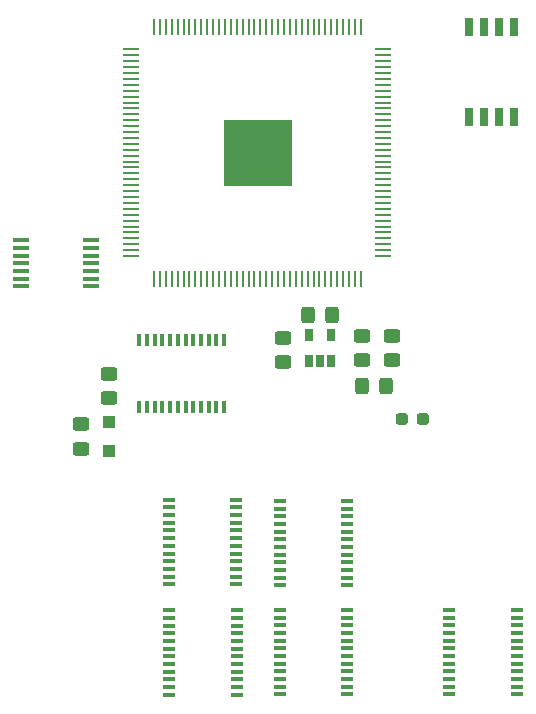
<source format=gtp>
G04 #@! TF.GenerationSoftware,KiCad,Pcbnew,(6.0.0)*
G04 #@! TF.CreationDate,2022-01-09T18:19:29+00:00*
G04 #@! TF.ProjectId,ElectronULA,456c6563-7472-46f6-9e55-4c412e6b6963,rev?*
G04 #@! TF.SameCoordinates,Original*
G04 #@! TF.FileFunction,Paste,Top*
G04 #@! TF.FilePolarity,Positive*
%FSLAX46Y46*%
G04 Gerber Fmt 4.6, Leading zero omitted, Abs format (unit mm)*
G04 Created by KiCad (PCBNEW (6.0.0)) date 2022-01-09 18:19:29*
%MOMM*%
%LPD*%
G01*
G04 APERTURE LIST*
G04 Aperture macros list*
%AMRoundRect*
0 Rectangle with rounded corners*
0 $1 Rounding radius*
0 $2 $3 $4 $5 $6 $7 $8 $9 X,Y pos of 4 corners*
0 Add a 4 corners polygon primitive as box body*
4,1,4,$2,$3,$4,$5,$6,$7,$8,$9,$2,$3,0*
0 Add four circle primitives for the rounded corners*
1,1,$1+$1,$2,$3*
1,1,$1+$1,$4,$5*
1,1,$1+$1,$6,$7*
1,1,$1+$1,$8,$9*
0 Add four rect primitives between the rounded corners*
20,1,$1+$1,$2,$3,$4,$5,0*
20,1,$1+$1,$4,$5,$6,$7,0*
20,1,$1+$1,$6,$7,$8,$9,0*
20,1,$1+$1,$8,$9,$2,$3,0*%
G04 Aperture macros list end*
%ADD10C,0.010000*%
%ADD11R,1.100000X0.400000*%
%ADD12R,0.400000X1.100000*%
%ADD13R,0.650000X1.060000*%
%ADD14RoundRect,0.249999X0.325001X0.450001X-0.325001X0.450001X-0.325001X-0.450001X0.325001X-0.450001X0*%
%ADD15RoundRect,0.249999X0.450001X-0.325001X0.450001X0.325001X-0.450001X0.325001X-0.450001X-0.325001X0*%
%ADD16RoundRect,0.249999X-0.450001X0.325001X-0.450001X-0.325001X0.450001X-0.325001X0.450001X0.325001X0*%
%ADD17R,1.000000X1.000000*%
%ADD18R,1.470000X0.280000*%
%ADD19R,0.280000X1.470000*%
%ADD20RoundRect,0.249999X-0.325001X-0.450001X0.325001X-0.450001X0.325001X0.450001X-0.325001X0.450001X0*%
%ADD21RoundRect,0.237500X0.287500X0.237500X-0.287500X0.237500X-0.287500X-0.237500X0.287500X-0.237500X0*%
%ADD22R,0.760000X1.600000*%
%ADD23R,1.450000X0.450000*%
G04 APERTURE END LIST*
D10*
X151314470Y-67871000D02*
X156957200Y-67871000D01*
X156957200Y-67871000D02*
X156957200Y-73373670D01*
X156957200Y-73373670D02*
X151314470Y-73373670D01*
X151314470Y-73373670D02*
X151314470Y-67871000D01*
G36*
X156957200Y-73373670D02*
G01*
X151314470Y-73373670D01*
X151314470Y-67871000D01*
X156957200Y-67871000D01*
X156957200Y-73373670D01*
G37*
X156957200Y-73373670D02*
X151314470Y-73373670D01*
X151314470Y-67871000D01*
X156957200Y-67871000D01*
X156957200Y-73373670D01*
D11*
X152367100Y-116503400D03*
X152367100Y-115853400D03*
X152367100Y-115203400D03*
X152367100Y-114553400D03*
X152367100Y-113903400D03*
X152367100Y-113253400D03*
X152367100Y-112603400D03*
X152367100Y-111953400D03*
X152367100Y-111303400D03*
X152367100Y-110653400D03*
X152367100Y-110003400D03*
X152367100Y-109353400D03*
X146667100Y-109353400D03*
X146667100Y-110003400D03*
X146667100Y-110653400D03*
X146667100Y-111303400D03*
X146667100Y-111953400D03*
X146667100Y-112603400D03*
X146667100Y-113253400D03*
X146667100Y-113903400D03*
X146667100Y-114553400D03*
X146667100Y-115203400D03*
X146667100Y-115853400D03*
X146667100Y-116503400D03*
X156027000Y-109328000D03*
X156027000Y-109978000D03*
X156027000Y-110628000D03*
X156027000Y-111278000D03*
X156027000Y-111928000D03*
X156027000Y-112578000D03*
X156027000Y-113228000D03*
X156027000Y-113878000D03*
X156027000Y-114528000D03*
X156027000Y-115178000D03*
X156027000Y-115828000D03*
X156027000Y-116478000D03*
X161727000Y-116478000D03*
X161727000Y-115828000D03*
X161727000Y-115178000D03*
X161727000Y-114528000D03*
X161727000Y-113878000D03*
X161727000Y-113228000D03*
X161727000Y-112578000D03*
X161727000Y-111928000D03*
X161727000Y-111278000D03*
X161727000Y-110628000D03*
X161727000Y-109978000D03*
X161727000Y-109328000D03*
X152341700Y-107156200D03*
X152341700Y-106506200D03*
X152341700Y-105856200D03*
X152341700Y-105206200D03*
X152341700Y-104556200D03*
X152341700Y-103906200D03*
X152341700Y-103256200D03*
X152341700Y-102606200D03*
X152341700Y-101956200D03*
X152341700Y-101306200D03*
X152341700Y-100656200D03*
X152341700Y-100006200D03*
X146641700Y-100006200D03*
X146641700Y-100656200D03*
X146641700Y-101306200D03*
X146641700Y-101956200D03*
X146641700Y-102606200D03*
X146641700Y-103256200D03*
X146641700Y-103906200D03*
X146641700Y-104556200D03*
X146641700Y-105206200D03*
X146641700Y-105856200D03*
X146641700Y-106506200D03*
X146641700Y-107156200D03*
X156027000Y-100107800D03*
X156027000Y-100757800D03*
X156027000Y-101407800D03*
X156027000Y-102057800D03*
X156027000Y-102707800D03*
X156027000Y-103357800D03*
X156027000Y-104007800D03*
X156027000Y-104657800D03*
X156027000Y-105307800D03*
X156027000Y-105957800D03*
X156027000Y-106607800D03*
X156027000Y-107257800D03*
X161727000Y-107257800D03*
X161727000Y-106607800D03*
X161727000Y-105957800D03*
X161727000Y-105307800D03*
X161727000Y-104657800D03*
X161727000Y-104007800D03*
X161727000Y-103357800D03*
X161727000Y-102707800D03*
X161727000Y-102057800D03*
X161727000Y-101407800D03*
X161727000Y-100757800D03*
X161727000Y-100107800D03*
D12*
X144148860Y-92141160D03*
X144798860Y-92141160D03*
X145448860Y-92141160D03*
X146098860Y-92141160D03*
X146748860Y-92141160D03*
X147398860Y-92141160D03*
X148048860Y-92141160D03*
X148698860Y-92141160D03*
X149348860Y-92141160D03*
X149998860Y-92141160D03*
X150648860Y-92141160D03*
X151298860Y-92141160D03*
X151298860Y-86441160D03*
X150648860Y-86441160D03*
X149998860Y-86441160D03*
X149348860Y-86441160D03*
X148698860Y-86441160D03*
X148048860Y-86441160D03*
X147398860Y-86441160D03*
X146748860Y-86441160D03*
X146098860Y-86441160D03*
X145448860Y-86441160D03*
X144798860Y-86441160D03*
X144148860Y-86441160D03*
D13*
X158477200Y-88291000D03*
X159427200Y-88291000D03*
X160377200Y-88291000D03*
X160377200Y-86091000D03*
X158477200Y-86091000D03*
D14*
X165007200Y-90401000D03*
X162957200Y-90401000D03*
D15*
X165557200Y-88176000D03*
X165557200Y-86126000D03*
D16*
X141576920Y-89351720D03*
X141576920Y-91401720D03*
D15*
X156297200Y-88321000D03*
X156297200Y-86271000D03*
D17*
X141576920Y-95891720D03*
X141576920Y-93391720D03*
D16*
X139232640Y-93620480D03*
X139232640Y-95670480D03*
X162957200Y-86131000D03*
X162957200Y-88181000D03*
D18*
X143467200Y-61871000D03*
X143467200Y-62371000D03*
X143467200Y-62871000D03*
X143467200Y-63371000D03*
X143467200Y-63871000D03*
X143467200Y-64371000D03*
X143467200Y-64871000D03*
X143467200Y-65371000D03*
X143467200Y-65871000D03*
X143467200Y-66371000D03*
X143467200Y-66871000D03*
X143467200Y-67371000D03*
X143467200Y-67871000D03*
X143467200Y-68371000D03*
X143467200Y-68871000D03*
X143467200Y-69371000D03*
X143467200Y-69871000D03*
X143467200Y-70371000D03*
X143467200Y-70871000D03*
X143467200Y-71371000D03*
X143467200Y-71871000D03*
X143467200Y-72371000D03*
X143467200Y-72871000D03*
X143467200Y-73371000D03*
X143467200Y-73871000D03*
X143467200Y-74371000D03*
X143467200Y-74871000D03*
X143467200Y-75371000D03*
X143467200Y-75871000D03*
X143467200Y-76371000D03*
X143467200Y-76871000D03*
X143467200Y-77371000D03*
X143467200Y-77871000D03*
X143467200Y-78371000D03*
X143467200Y-78871000D03*
X143467200Y-79371000D03*
D19*
X145387200Y-81291000D03*
X145887200Y-81291000D03*
X146387200Y-81291000D03*
X146887200Y-81291000D03*
X147387200Y-81291000D03*
X147887200Y-81291000D03*
X148387200Y-81291000D03*
X148887200Y-81291000D03*
X149387200Y-81291000D03*
X149887200Y-81291000D03*
X150387200Y-81291000D03*
X150887200Y-81291000D03*
X151387200Y-81291000D03*
X151887200Y-81291000D03*
X152387200Y-81291000D03*
X152887200Y-81291000D03*
X153387200Y-81291000D03*
X153887200Y-81291000D03*
X154387200Y-81291000D03*
X154887200Y-81291000D03*
X155387200Y-81291000D03*
X155887200Y-81291000D03*
X156387200Y-81291000D03*
X156887200Y-81291000D03*
X157387200Y-81291000D03*
X157887200Y-81291000D03*
X158387200Y-81291000D03*
X158887200Y-81291000D03*
X159387200Y-81291000D03*
X159887200Y-81291000D03*
X160387200Y-81291000D03*
X160887200Y-81291000D03*
X161387200Y-81291000D03*
X161887200Y-81291000D03*
X162387200Y-81291000D03*
X162887200Y-81291000D03*
D18*
X164807200Y-79371000D03*
X164807200Y-78871000D03*
X164807200Y-78371000D03*
X164807200Y-77871000D03*
X164807200Y-77371000D03*
X164807200Y-76871000D03*
X164807200Y-76371000D03*
X164807200Y-75871000D03*
X164807200Y-75371000D03*
X164807200Y-74871000D03*
X164807200Y-74371000D03*
X164807200Y-73871000D03*
X164807200Y-73371000D03*
X164807200Y-72871000D03*
X164807200Y-72371000D03*
X164807200Y-71871000D03*
X164807200Y-71371000D03*
X164807200Y-70871000D03*
X164807200Y-70371000D03*
X164807200Y-69871000D03*
X164807200Y-69371000D03*
X164807200Y-68871000D03*
X164807200Y-68371000D03*
X164807200Y-67871000D03*
X164807200Y-67371000D03*
X164807200Y-66871000D03*
X164807200Y-66371000D03*
X164807200Y-65871000D03*
X164807200Y-65371000D03*
X164807200Y-64871000D03*
X164807200Y-64371000D03*
X164807200Y-63871000D03*
X164807200Y-63371000D03*
X164807200Y-62871000D03*
X164807200Y-62371000D03*
X164807200Y-61871000D03*
D19*
X162887200Y-59951000D03*
X162387200Y-59951000D03*
X161887200Y-59951000D03*
X161387200Y-59951000D03*
X160887200Y-59951000D03*
X160387200Y-59951000D03*
X159887200Y-59951000D03*
X159387200Y-59951000D03*
X158887200Y-59951000D03*
X158387200Y-59951000D03*
X157887200Y-59951000D03*
X157387200Y-59951000D03*
X156887200Y-59951000D03*
X156387200Y-59951000D03*
X155887200Y-59951000D03*
X155387200Y-59951000D03*
X154887200Y-59951000D03*
X154387200Y-59951000D03*
X153887200Y-59951000D03*
X153387200Y-59951000D03*
X152887200Y-59951000D03*
X152387200Y-59951000D03*
X151887200Y-59951000D03*
X151387200Y-59951000D03*
X150887200Y-59951000D03*
X150387200Y-59951000D03*
X149887200Y-59951000D03*
X149387200Y-59951000D03*
X148887200Y-59951000D03*
X148387200Y-59951000D03*
X147887200Y-59951000D03*
X147387200Y-59951000D03*
X146887200Y-59951000D03*
X146387200Y-59951000D03*
X145887200Y-59951000D03*
X145387200Y-59951000D03*
D20*
X158385400Y-84378800D03*
X160435400Y-84378800D03*
D11*
X170392720Y-109328220D03*
X170392720Y-109978220D03*
X170392720Y-110628220D03*
X170392720Y-111278220D03*
X170392720Y-111928220D03*
X170392720Y-112578220D03*
X170392720Y-113228220D03*
X170392720Y-113878220D03*
X170392720Y-114528220D03*
X170392720Y-115178220D03*
X170392720Y-115828220D03*
X170392720Y-116478220D03*
X176092720Y-116478220D03*
X176092720Y-115828220D03*
X176092720Y-115178220D03*
X176092720Y-114528220D03*
X176092720Y-113878220D03*
X176092720Y-113228220D03*
X176092720Y-112578220D03*
X176092720Y-111928220D03*
X176092720Y-111278220D03*
X176092720Y-110628220D03*
X176092720Y-109978220D03*
X176092720Y-109328220D03*
D21*
X168139080Y-93154500D03*
X166389080Y-93154500D03*
D22*
X175844200Y-59954160D03*
X174574200Y-59954160D03*
X173304200Y-59954160D03*
X172034200Y-59954160D03*
X172034200Y-67574160D03*
X173304200Y-67574160D03*
X174574200Y-67574160D03*
X175844200Y-67574160D03*
D23*
X134149040Y-78034600D03*
X134149040Y-78684600D03*
X134149040Y-79334600D03*
X134149040Y-79984600D03*
X134149040Y-80634600D03*
X134149040Y-81284600D03*
X134149040Y-81934600D03*
X140049040Y-81934600D03*
X140049040Y-81284600D03*
X140049040Y-80634600D03*
X140049040Y-79984600D03*
X140049040Y-79334600D03*
X140049040Y-78684600D03*
X140049040Y-78034600D03*
M02*

</source>
